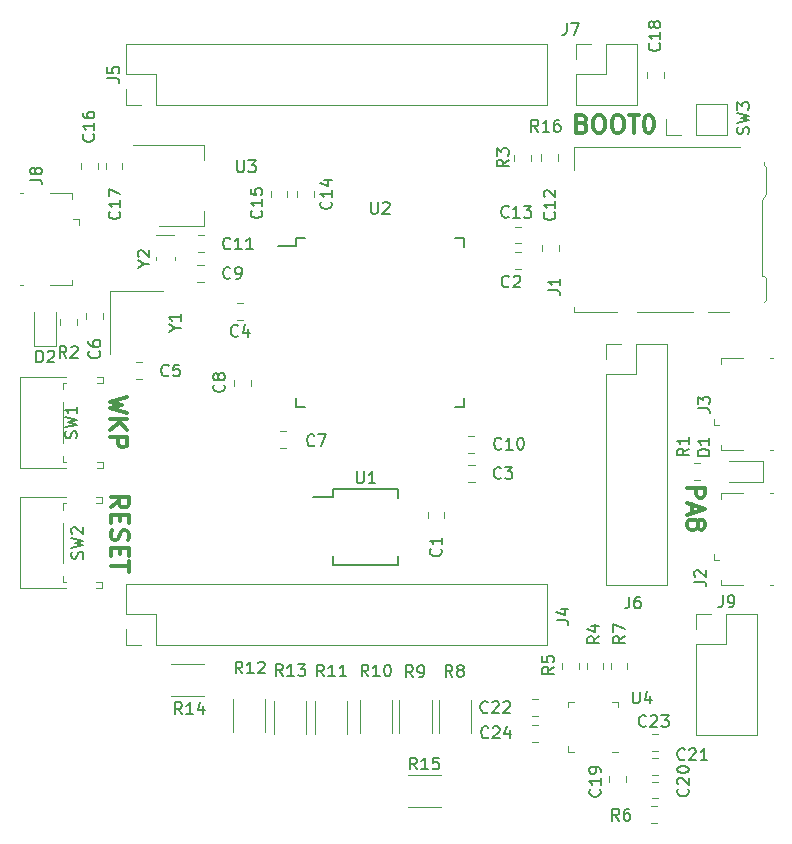
<source format=gto>
G04 #@! TF.GenerationSoftware,KiCad,Pcbnew,5.0.1-33cea8e~68~ubuntu18.04.1*
G04 #@! TF.CreationDate,2018-11-18T16:32:13-03:00*
G04 #@! TF.ProjectId,proto-h750,70726F746F2D683735302E6B69636164,rev?*
G04 #@! TF.SameCoordinates,Original*
G04 #@! TF.FileFunction,Legend,Top*
G04 #@! TF.FilePolarity,Positive*
%FSLAX46Y46*%
G04 Gerber Fmt 4.6, Leading zero omitted, Abs format (unit mm)*
G04 Created by KiCad (PCBNEW 5.0.1-33cea8e~68~ubuntu18.04.1) date dom 18 nov 2018 16:32:13 -03*
%MOMM*%
%LPD*%
G01*
G04 APERTURE LIST*
%ADD10C,0.300000*%
%ADD11C,0.120000*%
%ADD12C,0.150000*%
G04 APERTURE END LIST*
D10*
X155445068Y-84508400D02*
X156945068Y-84508400D01*
X156945068Y-85079828D01*
X156873640Y-85222685D01*
X156802211Y-85294114D01*
X156659354Y-85365542D01*
X156445068Y-85365542D01*
X156302211Y-85294114D01*
X156230782Y-85222685D01*
X156159354Y-85079828D01*
X156159354Y-84508400D01*
X155873640Y-85936971D02*
X155873640Y-86651257D01*
X155445068Y-85794114D02*
X156945068Y-86294114D01*
X155445068Y-86794114D01*
X156302211Y-87508400D02*
X156373640Y-87365542D01*
X156445068Y-87294114D01*
X156587925Y-87222685D01*
X156659354Y-87222685D01*
X156802211Y-87294114D01*
X156873640Y-87365542D01*
X156945068Y-87508400D01*
X156945068Y-87794114D01*
X156873640Y-87936971D01*
X156802211Y-88008400D01*
X156659354Y-88079828D01*
X156587925Y-88079828D01*
X156445068Y-88008400D01*
X156373640Y-87936971D01*
X156302211Y-87794114D01*
X156302211Y-87508400D01*
X156230782Y-87365542D01*
X156159354Y-87294114D01*
X156016497Y-87222685D01*
X155730782Y-87222685D01*
X155587925Y-87294114D01*
X155516497Y-87365542D01*
X155445068Y-87508400D01*
X155445068Y-87794114D01*
X155516497Y-87936971D01*
X155587925Y-88008400D01*
X155730782Y-88079828D01*
X156016497Y-88079828D01*
X156159354Y-88008400D01*
X156230782Y-87936971D01*
X156302211Y-87794114D01*
X108027208Y-76881622D02*
X106527208Y-77238765D01*
X107598637Y-77524480D01*
X106527208Y-77810194D01*
X108027208Y-78167337D01*
X106527208Y-78738765D02*
X108027208Y-78738765D01*
X106527208Y-79595908D02*
X107384351Y-78953051D01*
X108027208Y-79595908D02*
X107170065Y-78738765D01*
X106527208Y-80238765D02*
X108027208Y-80238765D01*
X108027208Y-80810194D01*
X107955780Y-80953051D01*
X107884351Y-81024480D01*
X107741494Y-81095908D01*
X107527208Y-81095908D01*
X107384351Y-81024480D01*
X107312922Y-80953051D01*
X107241494Y-80810194D01*
X107241494Y-80238765D01*
X106623728Y-86188028D02*
X107338014Y-85688028D01*
X106623728Y-85330885D02*
X108123728Y-85330885D01*
X108123728Y-85902314D01*
X108052300Y-86045171D01*
X107980871Y-86116600D01*
X107838014Y-86188028D01*
X107623728Y-86188028D01*
X107480871Y-86116600D01*
X107409442Y-86045171D01*
X107338014Y-85902314D01*
X107338014Y-85330885D01*
X107409442Y-86830885D02*
X107409442Y-87330885D01*
X106623728Y-87545171D02*
X106623728Y-86830885D01*
X108123728Y-86830885D01*
X108123728Y-87545171D01*
X106695157Y-88116600D02*
X106623728Y-88330885D01*
X106623728Y-88688028D01*
X106695157Y-88830885D01*
X106766585Y-88902314D01*
X106909442Y-88973742D01*
X107052300Y-88973742D01*
X107195157Y-88902314D01*
X107266585Y-88830885D01*
X107338014Y-88688028D01*
X107409442Y-88402314D01*
X107480871Y-88259457D01*
X107552300Y-88188028D01*
X107695157Y-88116600D01*
X107838014Y-88116600D01*
X107980871Y-88188028D01*
X108052300Y-88259457D01*
X108123728Y-88402314D01*
X108123728Y-88759457D01*
X108052300Y-88973742D01*
X107409442Y-89616600D02*
X107409442Y-90116600D01*
X106623728Y-90330885D02*
X106623728Y-89616600D01*
X108123728Y-89616600D01*
X108123728Y-90330885D01*
X108123728Y-90759457D02*
X108123728Y-91616600D01*
X106623728Y-91188028D02*
X108123728Y-91188028D01*
X146535960Y-53677357D02*
X146750245Y-53748785D01*
X146821674Y-53820214D01*
X146893102Y-53963071D01*
X146893102Y-54177357D01*
X146821674Y-54320214D01*
X146750245Y-54391642D01*
X146607388Y-54463071D01*
X146035960Y-54463071D01*
X146035960Y-52963071D01*
X146535960Y-52963071D01*
X146678817Y-53034500D01*
X146750245Y-53105928D01*
X146821674Y-53248785D01*
X146821674Y-53391642D01*
X146750245Y-53534500D01*
X146678817Y-53605928D01*
X146535960Y-53677357D01*
X146035960Y-53677357D01*
X147821674Y-52963071D02*
X148107388Y-52963071D01*
X148250245Y-53034500D01*
X148393102Y-53177357D01*
X148464531Y-53463071D01*
X148464531Y-53963071D01*
X148393102Y-54248785D01*
X148250245Y-54391642D01*
X148107388Y-54463071D01*
X147821674Y-54463071D01*
X147678817Y-54391642D01*
X147535960Y-54248785D01*
X147464531Y-53963071D01*
X147464531Y-53463071D01*
X147535960Y-53177357D01*
X147678817Y-53034500D01*
X147821674Y-52963071D01*
X149393102Y-52963071D02*
X149678817Y-52963071D01*
X149821674Y-53034500D01*
X149964531Y-53177357D01*
X150035960Y-53463071D01*
X150035960Y-53963071D01*
X149964531Y-54248785D01*
X149821674Y-54391642D01*
X149678817Y-54463071D01*
X149393102Y-54463071D01*
X149250245Y-54391642D01*
X149107388Y-54248785D01*
X149035960Y-53963071D01*
X149035960Y-53463071D01*
X149107388Y-53177357D01*
X149250245Y-53034500D01*
X149393102Y-52963071D01*
X150464531Y-52963071D02*
X151321674Y-52963071D01*
X150893102Y-54463071D02*
X150893102Y-52963071D01*
X152107388Y-52963071D02*
X152250245Y-52963071D01*
X152393102Y-53034500D01*
X152464531Y-53105928D01*
X152535960Y-53248785D01*
X152607388Y-53534500D01*
X152607388Y-53891642D01*
X152535960Y-54177357D01*
X152464531Y-54320214D01*
X152393102Y-54391642D01*
X152250245Y-54463071D01*
X152107388Y-54463071D01*
X151964531Y-54391642D01*
X151893102Y-54320214D01*
X151821674Y-54177357D01*
X151750245Y-53891642D01*
X151750245Y-53534500D01*
X151821674Y-53248785D01*
X151893102Y-53105928D01*
X151964531Y-53034500D01*
X152107388Y-52963071D01*
D11*
G04 #@! TO.C,R16*
X143084480Y-56824378D02*
X143084480Y-56307222D01*
X144504480Y-56824378D02*
X144504480Y-56307222D01*
G04 #@! TO.C,SW3*
X158810000Y-54670000D02*
X158810000Y-52010000D01*
X156210000Y-54670000D02*
X158810000Y-54670000D01*
X156210000Y-52010000D02*
X158810000Y-52010000D01*
X156210000Y-54670000D02*
X156210000Y-52010000D01*
X154940000Y-54670000D02*
X153610000Y-54670000D01*
X153610000Y-54670000D02*
X153610000Y-53340000D01*
G04 #@! TO.C,Y2*
X112021520Y-64950200D02*
X112021520Y-65250200D01*
X110421520Y-64950200D02*
X110421520Y-65250200D01*
X111971520Y-63150200D02*
X110471520Y-63150200D01*
G04 #@! TO.C,R15*
X131782836Y-108837900D02*
X134586964Y-108837900D01*
X131782836Y-111557900D02*
X134586964Y-111557900D01*
G04 #@! TO.C,R9*
X131065440Y-105313464D02*
X131065440Y-102509336D01*
X133785440Y-105313464D02*
X133785440Y-102509336D01*
G04 #@! TO.C,R11*
X123933120Y-105384584D02*
X123933120Y-102580456D01*
X126653120Y-105384584D02*
X126653120Y-102580456D01*
G04 #@! TO.C,R13*
X123165700Y-105384584D02*
X123165700Y-102580456D01*
X120445700Y-105384584D02*
X120445700Y-102580456D01*
G04 #@! TO.C,R12*
X116960820Y-105222024D02*
X116960820Y-102417896D01*
X119680820Y-105222024D02*
X119680820Y-102417896D01*
G04 #@! TO.C,R10*
X130470740Y-105313464D02*
X130470740Y-102509336D01*
X127750740Y-105313464D02*
X127750740Y-102509336D01*
G04 #@! TO.C,R8*
X137097600Y-105313464D02*
X137097600Y-102509336D01*
X134377600Y-105313464D02*
X134377600Y-102509336D01*
G04 #@! TO.C,R14*
X114482864Y-102142120D02*
X111678736Y-102142120D01*
X114482864Y-99422120D02*
X111678736Y-99422120D01*
G04 #@! TO.C,C19*
X150224560Y-109470958D02*
X150224560Y-108953802D01*
X148804560Y-109470958D02*
X148804560Y-108953802D01*
G04 #@! TO.C,C24*
X142291302Y-104603480D02*
X142808458Y-104603480D01*
X142291302Y-106023480D02*
X142808458Y-106023480D01*
G04 #@! TO.C,C23*
X152963378Y-105385800D02*
X152446222Y-105385800D01*
X152963378Y-106805800D02*
X152446222Y-106805800D01*
G04 #@! TO.C,C22*
X142276062Y-102401300D02*
X142793218Y-102401300D01*
X142276062Y-103821300D02*
X142793218Y-103821300D01*
G04 #@! TO.C,C21*
X152958298Y-107402560D02*
X152441142Y-107402560D01*
X152958298Y-108822560D02*
X152441142Y-108822560D01*
G04 #@! TO.C,C20*
X152932898Y-110824080D02*
X152415742Y-110824080D01*
X152932898Y-109404080D02*
X152415742Y-109404080D01*
G04 #@! TO.C,J9*
X156150000Y-105470000D02*
X161350000Y-105470000D01*
X156150000Y-97790000D02*
X156150000Y-105470000D01*
X161350000Y-95190000D02*
X161350000Y-105470000D01*
X156150000Y-97790000D02*
X158750000Y-97790000D01*
X158750000Y-97790000D02*
X158750000Y-95190000D01*
X158750000Y-95190000D02*
X161350000Y-95190000D01*
X156150000Y-96520000D02*
X156150000Y-95190000D01*
X156150000Y-95190000D02*
X157480000Y-95190000D01*
G04 #@! TO.C,U4*
X145827240Y-106872300D02*
X145352240Y-106872300D01*
X145352240Y-106872300D02*
X145352240Y-106397300D01*
X149097240Y-102652300D02*
X149572240Y-102652300D01*
X149572240Y-102652300D02*
X149572240Y-103127300D01*
X145827240Y-102652300D02*
X145352240Y-102652300D01*
X145352240Y-102652300D02*
X145352240Y-103127300D01*
X149097240Y-106872300D02*
X149572240Y-106872300D01*
G04 #@! TO.C,R4*
X146907180Y-99375462D02*
X146907180Y-99892618D01*
X148327180Y-99375462D02*
X148327180Y-99892618D01*
G04 #@! TO.C,R6*
X152907498Y-112924660D02*
X152390342Y-112924660D01*
X152907498Y-111504660D02*
X152390342Y-111504660D01*
G04 #@! TO.C,R5*
X144837080Y-99375462D02*
X144837080Y-99892618D01*
X146257080Y-99375462D02*
X146257080Y-99892618D01*
G04 #@! TO.C,R7*
X150369340Y-99378002D02*
X150369340Y-99895158D01*
X148949340Y-99378002D02*
X148949340Y-99895158D01*
G04 #@! TO.C,R3*
X142218480Y-56831998D02*
X142218480Y-56314842D01*
X140798480Y-56831998D02*
X140798480Y-56314842D01*
G04 #@! TO.C,J1*
X145866280Y-57604580D02*
X145866280Y-55684580D01*
X145866280Y-55684580D02*
X159876280Y-55684580D01*
X145866280Y-69204580D02*
X145866280Y-69654580D01*
X145866280Y-69654580D02*
X149476280Y-69654580D01*
X162136280Y-57364580D02*
X162136280Y-59674580D01*
X162136280Y-68624580D02*
X162136280Y-66764580D01*
X162136280Y-68624580D02*
X161936280Y-68824580D01*
X151176280Y-69654580D02*
X155876280Y-69654580D01*
X157176280Y-69654580D02*
X158976280Y-69654580D01*
X161786280Y-66554580D02*
X161786280Y-60184580D01*
X161786280Y-66554580D02*
X161936280Y-66554580D01*
X162136280Y-66764580D02*
X161936280Y-66554580D01*
X162136280Y-57364580D02*
X161936280Y-57164580D01*
X161936280Y-57164580D02*
X161936280Y-56904580D01*
X162136280Y-59674580D02*
X161786280Y-60184580D01*
G04 #@! TO.C,C18*
X152055760Y-49314602D02*
X152055760Y-49831758D01*
X153475760Y-49314602D02*
X153475760Y-49831758D01*
G04 #@! TO.C,D1*
X161884680Y-82224200D02*
X158999680Y-82224200D01*
X161884680Y-84044200D02*
X161884680Y-82224200D01*
X158999680Y-84044200D02*
X161884680Y-84044200D01*
G04 #@! TO.C,D2*
X101943580Y-72491920D02*
X101943580Y-69606920D01*
X100123580Y-72491920D02*
X101943580Y-72491920D01*
X100123580Y-69606920D02*
X100123580Y-72491920D01*
G04 #@! TO.C,R2*
X103762880Y-70779138D02*
X103762880Y-70261982D01*
X102342880Y-70779138D02*
X102342880Y-70261982D01*
G04 #@! TO.C,R1*
X156476198Y-82426740D02*
X155959042Y-82426740D01*
X156476198Y-83846740D02*
X155959042Y-83846740D01*
G04 #@! TO.C,SW1*
X102592860Y-80694440D02*
X102592860Y-77294440D01*
X102592860Y-82334440D02*
X102592860Y-81794440D01*
X105422860Y-75134440D02*
X105932860Y-75134440D01*
X105932860Y-75654440D02*
X105932860Y-75134440D01*
X105422860Y-75654440D02*
X105932860Y-75654440D01*
X102592860Y-76194440D02*
X102592860Y-75654440D01*
X105422860Y-82854440D02*
X105932860Y-82854440D01*
X105422860Y-82334440D02*
X105932860Y-82334440D01*
X102592860Y-75654440D02*
X102822860Y-75654440D01*
X98922860Y-82854440D02*
X102822860Y-82854440D01*
X105932860Y-82854440D02*
X105932860Y-82334440D01*
X98922860Y-75134440D02*
X102822860Y-75134440D01*
X98922860Y-82854440D02*
X98922860Y-75134440D01*
X102592860Y-82334440D02*
X102822860Y-82334440D01*
D12*
G04 #@! TO.C,U1*
X125461580Y-85273040D02*
X123711580Y-85273040D01*
X125461580Y-91028040D02*
X130961580Y-91028040D01*
X125461580Y-84618040D02*
X130961580Y-84618040D01*
X125461580Y-91028040D02*
X125461580Y-90278040D01*
X130961580Y-91028040D02*
X130961580Y-90278040D01*
X130961580Y-84618040D02*
X130961580Y-85368040D01*
X125461580Y-84618040D02*
X125461580Y-85273040D01*
D11*
G04 #@! TO.C,J4*
X107890000Y-97850000D02*
X107890000Y-96520000D01*
X109220000Y-97850000D02*
X107890000Y-97850000D01*
X107890000Y-95250000D02*
X107890000Y-92650000D01*
X110490000Y-95250000D02*
X107890000Y-95250000D01*
X110490000Y-97850000D02*
X110490000Y-95250000D01*
X107890000Y-92650000D02*
X143570000Y-92650000D01*
X110490000Y-97850000D02*
X143570000Y-97850000D01*
X143570000Y-97850000D02*
X143570000Y-92650000D01*
G04 #@! TO.C,C17*
X107613520Y-57553358D02*
X107613520Y-57036202D01*
X106193520Y-57553358D02*
X106193520Y-57036202D01*
G04 #@! TO.C,C16*
X104123420Y-57036202D02*
X104123420Y-57553358D01*
X105543420Y-57036202D02*
X105543420Y-57553358D01*
G04 #@! TO.C,U3*
X108488361Y-55528581D02*
X114498361Y-55528581D01*
X110738361Y-62348581D02*
X114498361Y-62348581D01*
X114498361Y-55528581D02*
X114498361Y-56788581D01*
X114498361Y-62348581D02*
X114498361Y-61088581D01*
G04 #@! TO.C,C12*
X143153060Y-63983102D02*
X143153060Y-64500258D01*
X144573060Y-63983102D02*
X144573060Y-64500258D01*
G04 #@! TO.C,C15*
X121568280Y-59892698D02*
X121568280Y-59375542D01*
X120148280Y-59892698D02*
X120148280Y-59375542D01*
G04 #@! TO.C,C14*
X122421580Y-59373002D02*
X122421580Y-59890158D01*
X123841580Y-59373002D02*
X123841580Y-59890158D01*
G04 #@! TO.C,C13*
X140820642Y-63836620D02*
X141337798Y-63836620D01*
X140820642Y-62416620D02*
X141337798Y-62416620D01*
G04 #@! TO.C,C1*
X133440100Y-86601802D02*
X133440100Y-87118958D01*
X134860100Y-86601802D02*
X134860100Y-87118958D01*
G04 #@! TO.C,C11*
X114487458Y-63148140D02*
X113970302Y-63148140D01*
X114487458Y-64568140D02*
X113970302Y-64568140D01*
G04 #@! TO.C,C10*
X136865862Y-81553120D02*
X137383018Y-81553120D01*
X136865862Y-80133120D02*
X137383018Y-80133120D01*
G04 #@! TO.C,C9*
X114472218Y-65672900D02*
X113955062Y-65672900D01*
X114472218Y-67092900D02*
X113955062Y-67092900D01*
G04 #@! TO.C,C8*
X117034240Y-75372462D02*
X117034240Y-75889618D01*
X118454240Y-75372462D02*
X118454240Y-75889618D01*
G04 #@! TO.C,C7*
X121492778Y-79747040D02*
X120975622Y-79747040D01*
X121492778Y-81167040D02*
X120975622Y-81167040D01*
G04 #@! TO.C,C6*
X105937120Y-70268598D02*
X105937120Y-69751442D01*
X104517120Y-70268598D02*
X104517120Y-69751442D01*
G04 #@! TO.C,C5*
X108720122Y-75294560D02*
X109237278Y-75294560D01*
X108720122Y-73874560D02*
X109237278Y-73874560D01*
G04 #@! TO.C,C4*
X117822478Y-68921560D02*
X117305322Y-68921560D01*
X117822478Y-70341560D02*
X117305322Y-70341560D01*
G04 #@! TO.C,C3*
X136906502Y-84060100D02*
X137423658Y-84060100D01*
X136906502Y-82640100D02*
X137423658Y-82640100D01*
G04 #@! TO.C,C2*
X140825722Y-66013400D02*
X141342878Y-66013400D01*
X140825722Y-64593400D02*
X141342878Y-64593400D01*
G04 #@! TO.C,J2*
X157707500Y-90600000D02*
X158157500Y-90600000D01*
X157707500Y-90600000D02*
X157707500Y-90150000D01*
X158257500Y-85000000D02*
X158257500Y-85450000D01*
X160107500Y-85000000D02*
X158257500Y-85000000D01*
X162657500Y-92800000D02*
X162407500Y-92800000D01*
X162657500Y-85000000D02*
X162407500Y-85000000D01*
X160107500Y-92800000D02*
X158257500Y-92800000D01*
X158257500Y-92800000D02*
X158257500Y-92350000D01*
G04 #@! TO.C,J3*
X157707500Y-79170000D02*
X158157500Y-79170000D01*
X157707500Y-79170000D02*
X157707500Y-78720000D01*
X158257500Y-73570000D02*
X158257500Y-74020000D01*
X160107500Y-73570000D02*
X158257500Y-73570000D01*
X162657500Y-81370000D02*
X162407500Y-81370000D01*
X162657500Y-73570000D02*
X162407500Y-73570000D01*
X160107500Y-81370000D02*
X158257500Y-81370000D01*
X158257500Y-81370000D02*
X158257500Y-80920000D01*
G04 #@! TO.C,Y1*
X106517880Y-67825640D02*
X106517880Y-73225640D01*
X111017880Y-67825640D02*
X106517880Y-67825640D01*
D12*
G04 #@! TO.C,U2*
X122287441Y-64052621D02*
X120762441Y-64052621D01*
X136537441Y-63402621D02*
X135777441Y-63402621D01*
X136537441Y-77652621D02*
X135777441Y-77652621D01*
X122287441Y-77652621D02*
X123047441Y-77652621D01*
X122287441Y-63402621D02*
X123047441Y-63402621D01*
X122287441Y-77652621D02*
X122287441Y-76892621D01*
X136537441Y-77652621D02*
X136537441Y-76892621D01*
X136537441Y-63402621D02*
X136537441Y-64162621D01*
X122287441Y-63402621D02*
X122287441Y-64052621D01*
D11*
G04 #@! TO.C,J8*
X103912500Y-61800000D02*
X103462500Y-61800000D01*
X103912500Y-61800000D02*
X103912500Y-62250000D01*
X103362500Y-67400000D02*
X103362500Y-66950000D01*
X101512500Y-67400000D02*
X103362500Y-67400000D01*
X98962500Y-59600000D02*
X99212500Y-59600000D01*
X98962500Y-67400000D02*
X99212500Y-67400000D01*
X101512500Y-59600000D02*
X103362500Y-59600000D01*
X103362500Y-59600000D02*
X103362500Y-60050000D01*
G04 #@! TO.C,SW2*
X102570000Y-90890000D02*
X102570000Y-87490000D01*
X102570000Y-92530000D02*
X102570000Y-91990000D01*
X105400000Y-85330000D02*
X105910000Y-85330000D01*
X105910000Y-85850000D02*
X105910000Y-85330000D01*
X105400000Y-85850000D02*
X105910000Y-85850000D01*
X102570000Y-86390000D02*
X102570000Y-85850000D01*
X105400000Y-93050000D02*
X105910000Y-93050000D01*
X105400000Y-92530000D02*
X105910000Y-92530000D01*
X102570000Y-85850000D02*
X102800000Y-85850000D01*
X98900000Y-93050000D02*
X102800000Y-93050000D01*
X105910000Y-93050000D02*
X105910000Y-92530000D01*
X98900000Y-85330000D02*
X102800000Y-85330000D01*
X98900000Y-93050000D02*
X98900000Y-85330000D01*
X102570000Y-92530000D02*
X102800000Y-92530000D01*
G04 #@! TO.C,J7*
X145990000Y-46930000D02*
X147320000Y-46930000D01*
X145990000Y-48260000D02*
X145990000Y-46930000D01*
X148590000Y-46930000D02*
X151190000Y-46930000D01*
X148590000Y-49530000D02*
X148590000Y-46930000D01*
X145990000Y-49530000D02*
X148590000Y-49530000D01*
X151190000Y-46930000D02*
X151190000Y-52130000D01*
X145990000Y-49530000D02*
X145990000Y-52130000D01*
X145990000Y-52130000D02*
X151190000Y-52130000D01*
G04 #@! TO.C,J5*
X107890000Y-52130000D02*
X107890000Y-50800000D01*
X109220000Y-52130000D02*
X107890000Y-52130000D01*
X107890000Y-49530000D02*
X107890000Y-46930000D01*
X110490000Y-49530000D02*
X107890000Y-49530000D01*
X110490000Y-52130000D02*
X110490000Y-49530000D01*
X107890000Y-46930000D02*
X143570000Y-46930000D01*
X110490000Y-52130000D02*
X143570000Y-52130000D01*
X143570000Y-52130000D02*
X143570000Y-46930000D01*
G04 #@! TO.C,J6*
X148530000Y-72330000D02*
X149860000Y-72330000D01*
X148530000Y-73660000D02*
X148530000Y-72330000D01*
X151130000Y-72330000D02*
X153730000Y-72330000D01*
X151130000Y-74930000D02*
X151130000Y-72330000D01*
X148530000Y-74930000D02*
X151130000Y-74930000D01*
X153730000Y-72330000D02*
X153730000Y-92770000D01*
X148530000Y-74930000D02*
X148530000Y-92770000D01*
X148530000Y-92770000D02*
X153730000Y-92770000D01*
G04 #@! TO.C,R16*
D12*
X142798562Y-54381660D02*
X142465229Y-53905470D01*
X142227134Y-54381660D02*
X142227134Y-53381660D01*
X142608086Y-53381660D01*
X142703324Y-53429280D01*
X142750943Y-53476899D01*
X142798562Y-53572137D01*
X142798562Y-53714994D01*
X142750943Y-53810232D01*
X142703324Y-53857851D01*
X142608086Y-53905470D01*
X142227134Y-53905470D01*
X143750943Y-54381660D02*
X143179515Y-54381660D01*
X143465229Y-54381660D02*
X143465229Y-53381660D01*
X143369991Y-53524518D01*
X143274753Y-53619756D01*
X143179515Y-53667375D01*
X144608086Y-53381660D02*
X144417610Y-53381660D01*
X144322372Y-53429280D01*
X144274753Y-53476899D01*
X144179515Y-53619756D01*
X144131896Y-53810232D01*
X144131896Y-54191184D01*
X144179515Y-54286422D01*
X144227134Y-54334041D01*
X144322372Y-54381660D01*
X144512848Y-54381660D01*
X144608086Y-54334041D01*
X144655705Y-54286422D01*
X144703324Y-54191184D01*
X144703324Y-53953089D01*
X144655705Y-53857851D01*
X144608086Y-53810232D01*
X144512848Y-53762613D01*
X144322372Y-53762613D01*
X144227134Y-53810232D01*
X144179515Y-53857851D01*
X144131896Y-53953089D01*
G04 #@! TO.C,SW3*
X160605101Y-54556493D02*
X160652720Y-54413636D01*
X160652720Y-54175540D01*
X160605101Y-54080302D01*
X160557482Y-54032683D01*
X160462244Y-53985064D01*
X160367006Y-53985064D01*
X160271768Y-54032683D01*
X160224149Y-54080302D01*
X160176530Y-54175540D01*
X160128911Y-54366017D01*
X160081292Y-54461255D01*
X160033673Y-54508874D01*
X159938435Y-54556493D01*
X159843197Y-54556493D01*
X159747959Y-54508874D01*
X159700340Y-54461255D01*
X159652720Y-54366017D01*
X159652720Y-54127921D01*
X159700340Y-53985064D01*
X159652720Y-53651731D02*
X160652720Y-53413636D01*
X159938435Y-53223160D01*
X160652720Y-53032683D01*
X159652720Y-52794588D01*
X159652720Y-52508874D02*
X159652720Y-51889826D01*
X160033673Y-52223160D01*
X160033673Y-52080302D01*
X160081292Y-51985064D01*
X160128911Y-51937445D01*
X160224149Y-51889826D01*
X160462244Y-51889826D01*
X160557482Y-51937445D01*
X160605101Y-51985064D01*
X160652720Y-52080302D01*
X160652720Y-52366017D01*
X160605101Y-52461255D01*
X160557482Y-52508874D01*
G04 #@! TO.C,Y2*
X109417170Y-65594170D02*
X109893360Y-65594170D01*
X108893360Y-65927503D02*
X109417170Y-65594170D01*
X108893360Y-65260837D01*
X108988599Y-64975122D02*
X108940980Y-64927503D01*
X108893360Y-64832265D01*
X108893360Y-64594170D01*
X108940980Y-64498932D01*
X108988599Y-64451313D01*
X109083837Y-64403694D01*
X109179075Y-64403694D01*
X109321932Y-64451313D01*
X109893360Y-65022741D01*
X109893360Y-64403694D01*
G04 #@! TO.C,R15*
X132542042Y-108370280D02*
X132208709Y-107894090D01*
X131970614Y-108370280D02*
X131970614Y-107370280D01*
X132351566Y-107370280D01*
X132446804Y-107417900D01*
X132494423Y-107465519D01*
X132542042Y-107560757D01*
X132542042Y-107703614D01*
X132494423Y-107798852D01*
X132446804Y-107846471D01*
X132351566Y-107894090D01*
X131970614Y-107894090D01*
X133494423Y-108370280D02*
X132922995Y-108370280D01*
X133208709Y-108370280D02*
X133208709Y-107370280D01*
X133113471Y-107513138D01*
X133018233Y-107608376D01*
X132922995Y-107655995D01*
X134399185Y-107370280D02*
X133922995Y-107370280D01*
X133875376Y-107846471D01*
X133922995Y-107798852D01*
X134018233Y-107751233D01*
X134256328Y-107751233D01*
X134351566Y-107798852D01*
X134399185Y-107846471D01*
X134446804Y-107941709D01*
X134446804Y-108179804D01*
X134399185Y-108275042D01*
X134351566Y-108322661D01*
X134256328Y-108370280D01*
X134018233Y-108370280D01*
X133922995Y-108322661D01*
X133875376Y-108275042D01*
G04 #@! TO.C,R9*
X132207973Y-100571560D02*
X131874640Y-100095370D01*
X131636544Y-100571560D02*
X131636544Y-99571560D01*
X132017497Y-99571560D01*
X132112735Y-99619180D01*
X132160354Y-99666799D01*
X132207973Y-99762037D01*
X132207973Y-99904894D01*
X132160354Y-100000132D01*
X132112735Y-100047751D01*
X132017497Y-100095370D01*
X131636544Y-100095370D01*
X132684163Y-100571560D02*
X132874640Y-100571560D01*
X132969878Y-100523941D01*
X133017497Y-100476322D01*
X133112735Y-100333465D01*
X133160354Y-100142989D01*
X133160354Y-99762037D01*
X133112735Y-99666799D01*
X133065116Y-99619180D01*
X132969878Y-99571560D01*
X132779401Y-99571560D01*
X132684163Y-99619180D01*
X132636544Y-99666799D01*
X132588925Y-99762037D01*
X132588925Y-100000132D01*
X132636544Y-100095370D01*
X132684163Y-100142989D01*
X132779401Y-100190608D01*
X132969878Y-100190608D01*
X133065116Y-100142989D01*
X133112735Y-100095370D01*
X133160354Y-100000132D01*
G04 #@! TO.C,R11*
X124673122Y-100497900D02*
X124339789Y-100021710D01*
X124101694Y-100497900D02*
X124101694Y-99497900D01*
X124482646Y-99497900D01*
X124577884Y-99545520D01*
X124625503Y-99593139D01*
X124673122Y-99688377D01*
X124673122Y-99831234D01*
X124625503Y-99926472D01*
X124577884Y-99974091D01*
X124482646Y-100021710D01*
X124101694Y-100021710D01*
X125625503Y-100497900D02*
X125054075Y-100497900D01*
X125339789Y-100497900D02*
X125339789Y-99497900D01*
X125244551Y-99640758D01*
X125149313Y-99735996D01*
X125054075Y-99783615D01*
X126577884Y-100497900D02*
X126006456Y-100497900D01*
X126292170Y-100497900D02*
X126292170Y-99497900D01*
X126196932Y-99640758D01*
X126101694Y-99735996D01*
X126006456Y-99783615D01*
G04 #@! TO.C,R13*
X121180622Y-100459800D02*
X120847289Y-99983610D01*
X120609194Y-100459800D02*
X120609194Y-99459800D01*
X120990146Y-99459800D01*
X121085384Y-99507420D01*
X121133003Y-99555039D01*
X121180622Y-99650277D01*
X121180622Y-99793134D01*
X121133003Y-99888372D01*
X121085384Y-99935991D01*
X120990146Y-99983610D01*
X120609194Y-99983610D01*
X122133003Y-100459800D02*
X121561575Y-100459800D01*
X121847289Y-100459800D02*
X121847289Y-99459800D01*
X121752051Y-99602658D01*
X121656813Y-99697896D01*
X121561575Y-99745515D01*
X122466337Y-99459800D02*
X123085384Y-99459800D01*
X122752051Y-99840753D01*
X122894908Y-99840753D01*
X122990146Y-99888372D01*
X123037765Y-99935991D01*
X123085384Y-100031229D01*
X123085384Y-100269324D01*
X123037765Y-100364562D01*
X122990146Y-100412181D01*
X122894908Y-100459800D01*
X122609194Y-100459800D01*
X122513956Y-100412181D01*
X122466337Y-100364562D01*
G04 #@! TO.C,R12*
X117764322Y-100236280D02*
X117430989Y-99760090D01*
X117192894Y-100236280D02*
X117192894Y-99236280D01*
X117573846Y-99236280D01*
X117669084Y-99283900D01*
X117716703Y-99331519D01*
X117764322Y-99426757D01*
X117764322Y-99569614D01*
X117716703Y-99664852D01*
X117669084Y-99712471D01*
X117573846Y-99760090D01*
X117192894Y-99760090D01*
X118716703Y-100236280D02*
X118145275Y-100236280D01*
X118430989Y-100236280D02*
X118430989Y-99236280D01*
X118335751Y-99379138D01*
X118240513Y-99474376D01*
X118145275Y-99521995D01*
X119097656Y-99331519D02*
X119145275Y-99283900D01*
X119240513Y-99236280D01*
X119478608Y-99236280D01*
X119573846Y-99283900D01*
X119621465Y-99331519D01*
X119669084Y-99426757D01*
X119669084Y-99521995D01*
X119621465Y-99664852D01*
X119050037Y-100236280D01*
X119669084Y-100236280D01*
G04 #@! TO.C,R10*
X128427242Y-100497900D02*
X128093909Y-100021710D01*
X127855814Y-100497900D02*
X127855814Y-99497900D01*
X128236766Y-99497900D01*
X128332004Y-99545520D01*
X128379623Y-99593139D01*
X128427242Y-99688377D01*
X128427242Y-99831234D01*
X128379623Y-99926472D01*
X128332004Y-99974091D01*
X128236766Y-100021710D01*
X127855814Y-100021710D01*
X129379623Y-100497900D02*
X128808195Y-100497900D01*
X129093909Y-100497900D02*
X129093909Y-99497900D01*
X128998671Y-99640758D01*
X128903433Y-99735996D01*
X128808195Y-99783615D01*
X129998671Y-99497900D02*
X130093909Y-99497900D01*
X130189147Y-99545520D01*
X130236766Y-99593139D01*
X130284385Y-99688377D01*
X130332004Y-99878853D01*
X130332004Y-100116948D01*
X130284385Y-100307424D01*
X130236766Y-100402662D01*
X130189147Y-100450281D01*
X130093909Y-100497900D01*
X129998671Y-100497900D01*
X129903433Y-100450281D01*
X129855814Y-100402662D01*
X129808195Y-100307424D01*
X129760576Y-100116948D01*
X129760576Y-99878853D01*
X129808195Y-99688377D01*
X129855814Y-99593139D01*
X129903433Y-99545520D01*
X129998671Y-99497900D01*
G04 #@! TO.C,R8*
X135553153Y-100533460D02*
X135219820Y-100057270D01*
X134981724Y-100533460D02*
X134981724Y-99533460D01*
X135362677Y-99533460D01*
X135457915Y-99581080D01*
X135505534Y-99628699D01*
X135553153Y-99723937D01*
X135553153Y-99866794D01*
X135505534Y-99962032D01*
X135457915Y-100009651D01*
X135362677Y-100057270D01*
X134981724Y-100057270D01*
X136124581Y-99962032D02*
X136029343Y-99914413D01*
X135981724Y-99866794D01*
X135934105Y-99771556D01*
X135934105Y-99723937D01*
X135981724Y-99628699D01*
X136029343Y-99581080D01*
X136124581Y-99533460D01*
X136315058Y-99533460D01*
X136410296Y-99581080D01*
X136457915Y-99628699D01*
X136505534Y-99723937D01*
X136505534Y-99771556D01*
X136457915Y-99866794D01*
X136410296Y-99914413D01*
X136315058Y-99962032D01*
X136124581Y-99962032D01*
X136029343Y-100009651D01*
X135981724Y-100057270D01*
X135934105Y-100152508D01*
X135934105Y-100342984D01*
X135981724Y-100438222D01*
X136029343Y-100485841D01*
X136124581Y-100533460D01*
X136315058Y-100533460D01*
X136410296Y-100485841D01*
X136457915Y-100438222D01*
X136505534Y-100342984D01*
X136505534Y-100152508D01*
X136457915Y-100057270D01*
X136410296Y-100009651D01*
X136315058Y-99962032D01*
G04 #@! TO.C,R14*
X112646222Y-103695760D02*
X112312889Y-103219570D01*
X112074794Y-103695760D02*
X112074794Y-102695760D01*
X112455746Y-102695760D01*
X112550984Y-102743380D01*
X112598603Y-102790999D01*
X112646222Y-102886237D01*
X112646222Y-103029094D01*
X112598603Y-103124332D01*
X112550984Y-103171951D01*
X112455746Y-103219570D01*
X112074794Y-103219570D01*
X113598603Y-103695760D02*
X113027175Y-103695760D01*
X113312889Y-103695760D02*
X113312889Y-102695760D01*
X113217651Y-102838618D01*
X113122413Y-102933856D01*
X113027175Y-102981475D01*
X114455746Y-103029094D02*
X114455746Y-103695760D01*
X114217651Y-102648141D02*
X113979556Y-103362427D01*
X114598603Y-103362427D01*
G04 #@! TO.C,C19*
X148020042Y-110055897D02*
X148067661Y-110103516D01*
X148115280Y-110246373D01*
X148115280Y-110341611D01*
X148067661Y-110484468D01*
X147972423Y-110579706D01*
X147877185Y-110627325D01*
X147686709Y-110674944D01*
X147543852Y-110674944D01*
X147353376Y-110627325D01*
X147258138Y-110579706D01*
X147162900Y-110484468D01*
X147115280Y-110341611D01*
X147115280Y-110246373D01*
X147162900Y-110103516D01*
X147210519Y-110055897D01*
X148115280Y-109103516D02*
X148115280Y-109674944D01*
X148115280Y-109389230D02*
X147115280Y-109389230D01*
X147258138Y-109484468D01*
X147353376Y-109579706D01*
X147400995Y-109674944D01*
X148115280Y-108627325D02*
X148115280Y-108436849D01*
X148067661Y-108341611D01*
X148020042Y-108293992D01*
X147877185Y-108198754D01*
X147686709Y-108151135D01*
X147305757Y-108151135D01*
X147210519Y-108198754D01*
X147162900Y-108246373D01*
X147115280Y-108341611D01*
X147115280Y-108532087D01*
X147162900Y-108627325D01*
X147210519Y-108674944D01*
X147305757Y-108722563D01*
X147543852Y-108722563D01*
X147639090Y-108674944D01*
X147686709Y-108627325D01*
X147734328Y-108532087D01*
X147734328Y-108341611D01*
X147686709Y-108246373D01*
X147639090Y-108198754D01*
X147543852Y-108151135D01*
G04 #@! TO.C,C24*
X138589782Y-105642682D02*
X138542163Y-105690301D01*
X138399306Y-105737920D01*
X138304068Y-105737920D01*
X138161211Y-105690301D01*
X138065973Y-105595063D01*
X138018354Y-105499825D01*
X137970735Y-105309349D01*
X137970735Y-105166492D01*
X138018354Y-104976016D01*
X138065973Y-104880778D01*
X138161211Y-104785540D01*
X138304068Y-104737920D01*
X138399306Y-104737920D01*
X138542163Y-104785540D01*
X138589782Y-104833159D01*
X138970735Y-104833159D02*
X139018354Y-104785540D01*
X139113592Y-104737920D01*
X139351687Y-104737920D01*
X139446925Y-104785540D01*
X139494544Y-104833159D01*
X139542163Y-104928397D01*
X139542163Y-105023635D01*
X139494544Y-105166492D01*
X138923116Y-105737920D01*
X139542163Y-105737920D01*
X140399306Y-105071254D02*
X140399306Y-105737920D01*
X140161211Y-104690301D02*
X139923116Y-105404587D01*
X140542163Y-105404587D01*
G04 #@! TO.C,C23*
X151940022Y-104682562D02*
X151892403Y-104730181D01*
X151749546Y-104777800D01*
X151654308Y-104777800D01*
X151511451Y-104730181D01*
X151416213Y-104634943D01*
X151368594Y-104539705D01*
X151320975Y-104349229D01*
X151320975Y-104206372D01*
X151368594Y-104015896D01*
X151416213Y-103920658D01*
X151511451Y-103825420D01*
X151654308Y-103777800D01*
X151749546Y-103777800D01*
X151892403Y-103825420D01*
X151940022Y-103873039D01*
X152320975Y-103873039D02*
X152368594Y-103825420D01*
X152463832Y-103777800D01*
X152701927Y-103777800D01*
X152797165Y-103825420D01*
X152844784Y-103873039D01*
X152892403Y-103968277D01*
X152892403Y-104063515D01*
X152844784Y-104206372D01*
X152273356Y-104777800D01*
X152892403Y-104777800D01*
X153225737Y-103777800D02*
X153844784Y-103777800D01*
X153511451Y-104158753D01*
X153654308Y-104158753D01*
X153749546Y-104206372D01*
X153797165Y-104253991D01*
X153844784Y-104349229D01*
X153844784Y-104587324D01*
X153797165Y-104682562D01*
X153749546Y-104730181D01*
X153654308Y-104777800D01*
X153368594Y-104777800D01*
X153273356Y-104730181D01*
X153225737Y-104682562D01*
G04 #@! TO.C,C22*
X138536442Y-103506542D02*
X138488823Y-103554161D01*
X138345966Y-103601780D01*
X138250728Y-103601780D01*
X138107871Y-103554161D01*
X138012633Y-103458923D01*
X137965014Y-103363685D01*
X137917395Y-103173209D01*
X137917395Y-103030352D01*
X137965014Y-102839876D01*
X138012633Y-102744638D01*
X138107871Y-102649400D01*
X138250728Y-102601780D01*
X138345966Y-102601780D01*
X138488823Y-102649400D01*
X138536442Y-102697019D01*
X138917395Y-102697019D02*
X138965014Y-102649400D01*
X139060252Y-102601780D01*
X139298347Y-102601780D01*
X139393585Y-102649400D01*
X139441204Y-102697019D01*
X139488823Y-102792257D01*
X139488823Y-102887495D01*
X139441204Y-103030352D01*
X138869776Y-103601780D01*
X139488823Y-103601780D01*
X139869776Y-102697019D02*
X139917395Y-102649400D01*
X140012633Y-102601780D01*
X140250728Y-102601780D01*
X140345966Y-102649400D01*
X140393585Y-102697019D01*
X140441204Y-102792257D01*
X140441204Y-102887495D01*
X140393585Y-103030352D01*
X139822157Y-103601780D01*
X140441204Y-103601780D01*
G04 #@! TO.C,C21*
X155221702Y-107499422D02*
X155174083Y-107547041D01*
X155031226Y-107594660D01*
X154935988Y-107594660D01*
X154793131Y-107547041D01*
X154697893Y-107451803D01*
X154650274Y-107356565D01*
X154602655Y-107166089D01*
X154602655Y-107023232D01*
X154650274Y-106832756D01*
X154697893Y-106737518D01*
X154793131Y-106642280D01*
X154935988Y-106594660D01*
X155031226Y-106594660D01*
X155174083Y-106642280D01*
X155221702Y-106689899D01*
X155602655Y-106689899D02*
X155650274Y-106642280D01*
X155745512Y-106594660D01*
X155983607Y-106594660D01*
X156078845Y-106642280D01*
X156126464Y-106689899D01*
X156174083Y-106785137D01*
X156174083Y-106880375D01*
X156126464Y-107023232D01*
X155555036Y-107594660D01*
X156174083Y-107594660D01*
X157126464Y-107594660D02*
X156555036Y-107594660D01*
X156840750Y-107594660D02*
X156840750Y-106594660D01*
X156745512Y-106737518D01*
X156650274Y-106832756D01*
X156555036Y-106880375D01*
G04 #@! TO.C,C20*
X155480022Y-110012717D02*
X155527641Y-110060336D01*
X155575260Y-110203193D01*
X155575260Y-110298431D01*
X155527641Y-110441288D01*
X155432403Y-110536526D01*
X155337165Y-110584145D01*
X155146689Y-110631764D01*
X155003832Y-110631764D01*
X154813356Y-110584145D01*
X154718118Y-110536526D01*
X154622880Y-110441288D01*
X154575260Y-110298431D01*
X154575260Y-110203193D01*
X154622880Y-110060336D01*
X154670499Y-110012717D01*
X154670499Y-109631764D02*
X154622880Y-109584145D01*
X154575260Y-109488907D01*
X154575260Y-109250812D01*
X154622880Y-109155574D01*
X154670499Y-109107955D01*
X154765737Y-109060336D01*
X154860975Y-109060336D01*
X155003832Y-109107955D01*
X155575260Y-109679383D01*
X155575260Y-109060336D01*
X154575260Y-108441288D02*
X154575260Y-108346050D01*
X154622880Y-108250812D01*
X154670499Y-108203193D01*
X154765737Y-108155574D01*
X154956213Y-108107955D01*
X155194308Y-108107955D01*
X155384784Y-108155574D01*
X155480022Y-108203193D01*
X155527641Y-108250812D01*
X155575260Y-108346050D01*
X155575260Y-108441288D01*
X155527641Y-108536526D01*
X155480022Y-108584145D01*
X155384784Y-108631764D01*
X155194308Y-108679383D01*
X154956213Y-108679383D01*
X154765737Y-108631764D01*
X154670499Y-108584145D01*
X154622880Y-108536526D01*
X154575260Y-108441288D01*
G04 #@! TO.C,J9*
X158416666Y-93642380D02*
X158416666Y-94356666D01*
X158369047Y-94499523D01*
X158273809Y-94594761D01*
X158130952Y-94642380D01*
X158035714Y-94642380D01*
X158940476Y-94642380D02*
X159130952Y-94642380D01*
X159226190Y-94594761D01*
X159273809Y-94547142D01*
X159369047Y-94404285D01*
X159416666Y-94213809D01*
X159416666Y-93832857D01*
X159369047Y-93737619D01*
X159321428Y-93690000D01*
X159226190Y-93642380D01*
X159035714Y-93642380D01*
X158940476Y-93690000D01*
X158892857Y-93737619D01*
X158845238Y-93832857D01*
X158845238Y-94070952D01*
X158892857Y-94166190D01*
X158940476Y-94213809D01*
X159035714Y-94261428D01*
X159226190Y-94261428D01*
X159321428Y-94213809D01*
X159369047Y-94166190D01*
X159416666Y-94070952D01*
G04 #@! TO.C,U4*
X150822755Y-101786440D02*
X150822755Y-102595964D01*
X150870374Y-102691202D01*
X150917993Y-102738821D01*
X151013231Y-102786440D01*
X151203707Y-102786440D01*
X151298945Y-102738821D01*
X151346564Y-102691202D01*
X151394183Y-102595964D01*
X151394183Y-101786440D01*
X152298945Y-102119774D02*
X152298945Y-102786440D01*
X152060850Y-101738821D02*
X151822755Y-102453107D01*
X152441802Y-102453107D01*
G04 #@! TO.C,R4*
X147983200Y-97100926D02*
X147507010Y-97434260D01*
X147983200Y-97672355D02*
X146983200Y-97672355D01*
X146983200Y-97291402D01*
X147030820Y-97196164D01*
X147078439Y-97148545D01*
X147173677Y-97100926D01*
X147316534Y-97100926D01*
X147411772Y-97148545D01*
X147459391Y-97196164D01*
X147507010Y-97291402D01*
X147507010Y-97672355D01*
X147316534Y-96243783D02*
X147983200Y-96243783D01*
X146935581Y-96481879D02*
X147649867Y-96719974D01*
X147649867Y-96100926D01*
G04 #@! TO.C,R6*
X149670473Y-112705140D02*
X149337140Y-112228950D01*
X149099044Y-112705140D02*
X149099044Y-111705140D01*
X149479997Y-111705140D01*
X149575235Y-111752760D01*
X149622854Y-111800379D01*
X149670473Y-111895617D01*
X149670473Y-112038474D01*
X149622854Y-112133712D01*
X149575235Y-112181331D01*
X149479997Y-112228950D01*
X149099044Y-112228950D01*
X150527616Y-111705140D02*
X150337140Y-111705140D01*
X150241901Y-111752760D01*
X150194282Y-111800379D01*
X150099044Y-111943236D01*
X150051425Y-112133712D01*
X150051425Y-112514664D01*
X150099044Y-112609902D01*
X150146663Y-112657521D01*
X150241901Y-112705140D01*
X150432378Y-112705140D01*
X150527616Y-112657521D01*
X150575235Y-112609902D01*
X150622854Y-112514664D01*
X150622854Y-112276569D01*
X150575235Y-112181331D01*
X150527616Y-112133712D01*
X150432378Y-112086093D01*
X150241901Y-112086093D01*
X150146663Y-112133712D01*
X150099044Y-112181331D01*
X150051425Y-112276569D01*
G04 #@! TO.C,R5*
X144132560Y-99681326D02*
X143656370Y-100014660D01*
X144132560Y-100252755D02*
X143132560Y-100252755D01*
X143132560Y-99871802D01*
X143180180Y-99776564D01*
X143227799Y-99728945D01*
X143323037Y-99681326D01*
X143465894Y-99681326D01*
X143561132Y-99728945D01*
X143608751Y-99776564D01*
X143656370Y-99871802D01*
X143656370Y-100252755D01*
X143132560Y-98776564D02*
X143132560Y-99252755D01*
X143608751Y-99300374D01*
X143561132Y-99252755D01*
X143513513Y-99157517D01*
X143513513Y-98919421D01*
X143561132Y-98824183D01*
X143608751Y-98776564D01*
X143703989Y-98728945D01*
X143942084Y-98728945D01*
X144037322Y-98776564D01*
X144084941Y-98824183D01*
X144132560Y-98919421D01*
X144132560Y-99157517D01*
X144084941Y-99252755D01*
X144037322Y-99300374D01*
G04 #@! TO.C,R7*
X150162520Y-97077826D02*
X149686330Y-97411160D01*
X150162520Y-97649255D02*
X149162520Y-97649255D01*
X149162520Y-97268302D01*
X149210140Y-97173064D01*
X149257759Y-97125445D01*
X149352997Y-97077826D01*
X149495854Y-97077826D01*
X149591092Y-97125445D01*
X149638711Y-97173064D01*
X149686330Y-97268302D01*
X149686330Y-97649255D01*
X149162520Y-96744493D02*
X149162520Y-96077826D01*
X150162520Y-96506398D01*
G04 #@! TO.C,R3*
X140310860Y-56740086D02*
X139834670Y-57073420D01*
X140310860Y-57311515D02*
X139310860Y-57311515D01*
X139310860Y-56930562D01*
X139358480Y-56835324D01*
X139406099Y-56787705D01*
X139501337Y-56740086D01*
X139644194Y-56740086D01*
X139739432Y-56787705D01*
X139787051Y-56835324D01*
X139834670Y-56930562D01*
X139834670Y-57311515D01*
X139310860Y-56406753D02*
X139310860Y-55787705D01*
X139691813Y-56121039D01*
X139691813Y-55978181D01*
X139739432Y-55882943D01*
X139787051Y-55835324D01*
X139882289Y-55787705D01*
X140120384Y-55787705D01*
X140215622Y-55835324D01*
X140263241Y-55882943D01*
X140310860Y-55978181D01*
X140310860Y-56263896D01*
X140263241Y-56359134D01*
X140215622Y-56406753D01*
G04 #@! TO.C,J1*
X143671040Y-67821133D02*
X144385326Y-67821133D01*
X144528183Y-67868752D01*
X144623421Y-67963990D01*
X144671040Y-68106847D01*
X144671040Y-68202085D01*
X144671040Y-66821133D02*
X144671040Y-67392561D01*
X144671040Y-67106847D02*
X143671040Y-67106847D01*
X143813898Y-67202085D01*
X143909136Y-67297323D01*
X143956755Y-67392561D01*
G04 #@! TO.C,C18*
X153067022Y-46906417D02*
X153114641Y-46954036D01*
X153162260Y-47096893D01*
X153162260Y-47192131D01*
X153114641Y-47334988D01*
X153019403Y-47430226D01*
X152924165Y-47477845D01*
X152733689Y-47525464D01*
X152590832Y-47525464D01*
X152400356Y-47477845D01*
X152305118Y-47430226D01*
X152209880Y-47334988D01*
X152162260Y-47192131D01*
X152162260Y-47096893D01*
X152209880Y-46954036D01*
X152257499Y-46906417D01*
X153162260Y-45954036D02*
X153162260Y-46525464D01*
X153162260Y-46239750D02*
X152162260Y-46239750D01*
X152305118Y-46334988D01*
X152400356Y-46430226D01*
X152447975Y-46525464D01*
X152590832Y-45382607D02*
X152543213Y-45477845D01*
X152495594Y-45525464D01*
X152400356Y-45573083D01*
X152352737Y-45573083D01*
X152257499Y-45525464D01*
X152209880Y-45477845D01*
X152162260Y-45382607D01*
X152162260Y-45192131D01*
X152209880Y-45096893D01*
X152257499Y-45049274D01*
X152352737Y-45001655D01*
X152400356Y-45001655D01*
X152495594Y-45049274D01*
X152543213Y-45096893D01*
X152590832Y-45192131D01*
X152590832Y-45382607D01*
X152638451Y-45477845D01*
X152686070Y-45525464D01*
X152781308Y-45573083D01*
X152971784Y-45573083D01*
X153067022Y-45525464D01*
X153114641Y-45477845D01*
X153162260Y-45382607D01*
X153162260Y-45192131D01*
X153114641Y-45096893D01*
X153067022Y-45049274D01*
X152971784Y-45001655D01*
X152781308Y-45001655D01*
X152686070Y-45049274D01*
X152638451Y-45096893D01*
X152590832Y-45192131D01*
G04 #@! TO.C,D1*
X157305000Y-81814895D02*
X156305000Y-81814895D01*
X156305000Y-81576800D01*
X156352620Y-81433942D01*
X156447858Y-81338704D01*
X156543096Y-81291085D01*
X156733572Y-81243466D01*
X156876429Y-81243466D01*
X157066905Y-81291085D01*
X157162143Y-81338704D01*
X157257381Y-81433942D01*
X157305000Y-81576800D01*
X157305000Y-81814895D01*
X157305000Y-80291085D02*
X157305000Y-80862514D01*
X157305000Y-80576800D02*
X156305000Y-80576800D01*
X156447858Y-80672038D01*
X156543096Y-80767276D01*
X156590715Y-80862514D01*
G04 #@! TO.C,D2*
X100331044Y-73904100D02*
X100331044Y-72904100D01*
X100569140Y-72904100D01*
X100711997Y-72951720D01*
X100807235Y-73046958D01*
X100854854Y-73142196D01*
X100902473Y-73332672D01*
X100902473Y-73475529D01*
X100854854Y-73666005D01*
X100807235Y-73761243D01*
X100711997Y-73856481D01*
X100569140Y-73904100D01*
X100331044Y-73904100D01*
X101283425Y-72999339D02*
X101331044Y-72951720D01*
X101426282Y-72904100D01*
X101664378Y-72904100D01*
X101759616Y-72951720D01*
X101807235Y-72999339D01*
X101854854Y-73094577D01*
X101854854Y-73189815D01*
X101807235Y-73332672D01*
X101235806Y-73904100D01*
X101854854Y-73904100D01*
G04 #@! TO.C,R2*
X102868433Y-73540880D02*
X102535100Y-73064690D01*
X102297004Y-73540880D02*
X102297004Y-72540880D01*
X102677957Y-72540880D01*
X102773195Y-72588500D01*
X102820814Y-72636119D01*
X102868433Y-72731357D01*
X102868433Y-72874214D01*
X102820814Y-72969452D01*
X102773195Y-73017071D01*
X102677957Y-73064690D01*
X102297004Y-73064690D01*
X103249385Y-72636119D02*
X103297004Y-72588500D01*
X103392242Y-72540880D01*
X103630338Y-72540880D01*
X103725576Y-72588500D01*
X103773195Y-72636119D01*
X103820814Y-72731357D01*
X103820814Y-72826595D01*
X103773195Y-72969452D01*
X103201766Y-73540880D01*
X103820814Y-73540880D01*
G04 #@! TO.C,R1*
X155560020Y-81205366D02*
X155083830Y-81538700D01*
X155560020Y-81776795D02*
X154560020Y-81776795D01*
X154560020Y-81395842D01*
X154607640Y-81300604D01*
X154655259Y-81252985D01*
X154750497Y-81205366D01*
X154893354Y-81205366D01*
X154988592Y-81252985D01*
X155036211Y-81300604D01*
X155083830Y-81395842D01*
X155083830Y-81776795D01*
X155560020Y-80252985D02*
X155560020Y-80824414D01*
X155560020Y-80538700D02*
X154560020Y-80538700D01*
X154702878Y-80633938D01*
X154798116Y-80729176D01*
X154845735Y-80824414D01*
G04 #@! TO.C,SW1*
X103707621Y-80327773D02*
X103755240Y-80184916D01*
X103755240Y-79946820D01*
X103707621Y-79851582D01*
X103660002Y-79803963D01*
X103564764Y-79756344D01*
X103469526Y-79756344D01*
X103374288Y-79803963D01*
X103326669Y-79851582D01*
X103279050Y-79946820D01*
X103231431Y-80137297D01*
X103183812Y-80232535D01*
X103136193Y-80280154D01*
X103040955Y-80327773D01*
X102945717Y-80327773D01*
X102850479Y-80280154D01*
X102802860Y-80232535D01*
X102755240Y-80137297D01*
X102755240Y-79899201D01*
X102802860Y-79756344D01*
X102755240Y-79423011D02*
X103755240Y-79184916D01*
X103040955Y-78994440D01*
X103755240Y-78803963D01*
X102755240Y-78565868D01*
X103755240Y-77661106D02*
X103755240Y-78232535D01*
X103755240Y-77946820D02*
X102755240Y-77946820D01*
X102898098Y-78042059D01*
X102993336Y-78137297D01*
X103040955Y-78232535D01*
G04 #@! TO.C,U1*
X127449675Y-83145420D02*
X127449675Y-83954944D01*
X127497294Y-84050182D01*
X127544913Y-84097801D01*
X127640151Y-84145420D01*
X127830627Y-84145420D01*
X127925865Y-84097801D01*
X127973484Y-84050182D01*
X128021103Y-83954944D01*
X128021103Y-83145420D01*
X129021103Y-84145420D02*
X128449675Y-84145420D01*
X128735389Y-84145420D02*
X128735389Y-83145420D01*
X128640151Y-83288278D01*
X128544913Y-83383516D01*
X128449675Y-83431135D01*
G04 #@! TO.C,J4*
X144372080Y-95723033D02*
X145086366Y-95723033D01*
X145229223Y-95770652D01*
X145324461Y-95865890D01*
X145372080Y-96008747D01*
X145372080Y-96103985D01*
X144705414Y-94818271D02*
X145372080Y-94818271D01*
X144324461Y-95056366D02*
X145038747Y-95294461D01*
X145038747Y-94675414D01*
G04 #@! TO.C,C17*
X107336862Y-61145657D02*
X107384481Y-61193276D01*
X107432100Y-61336133D01*
X107432100Y-61431371D01*
X107384481Y-61574228D01*
X107289243Y-61669466D01*
X107194005Y-61717085D01*
X107003529Y-61764704D01*
X106860672Y-61764704D01*
X106670196Y-61717085D01*
X106574958Y-61669466D01*
X106479720Y-61574228D01*
X106432100Y-61431371D01*
X106432100Y-61336133D01*
X106479720Y-61193276D01*
X106527339Y-61145657D01*
X107432100Y-60193276D02*
X107432100Y-60764704D01*
X107432100Y-60478990D02*
X106432100Y-60478990D01*
X106574958Y-60574228D01*
X106670196Y-60669466D01*
X106717815Y-60764704D01*
X106432100Y-59859942D02*
X106432100Y-59193276D01*
X107432100Y-59621847D01*
G04 #@! TO.C,C16*
X105137222Y-54592457D02*
X105184841Y-54640076D01*
X105232460Y-54782933D01*
X105232460Y-54878171D01*
X105184841Y-55021028D01*
X105089603Y-55116266D01*
X104994365Y-55163885D01*
X104803889Y-55211504D01*
X104661032Y-55211504D01*
X104470556Y-55163885D01*
X104375318Y-55116266D01*
X104280080Y-55021028D01*
X104232460Y-54878171D01*
X104232460Y-54782933D01*
X104280080Y-54640076D01*
X104327699Y-54592457D01*
X105232460Y-53640076D02*
X105232460Y-54211504D01*
X105232460Y-53925790D02*
X104232460Y-53925790D01*
X104375318Y-54021028D01*
X104470556Y-54116266D01*
X104518175Y-54211504D01*
X104232460Y-52782933D02*
X104232460Y-52973409D01*
X104280080Y-53068647D01*
X104327699Y-53116266D01*
X104470556Y-53211504D01*
X104661032Y-53259123D01*
X105041984Y-53259123D01*
X105137222Y-53211504D01*
X105184841Y-53163885D01*
X105232460Y-53068647D01*
X105232460Y-52878171D01*
X105184841Y-52782933D01*
X105137222Y-52735314D01*
X105041984Y-52687695D01*
X104803889Y-52687695D01*
X104708651Y-52735314D01*
X104661032Y-52782933D01*
X104613413Y-52878171D01*
X104613413Y-53068647D01*
X104661032Y-53163885D01*
X104708651Y-53211504D01*
X104803889Y-53259123D01*
G04 #@! TO.C,U3*
X117322695Y-56808120D02*
X117322695Y-57617644D01*
X117370314Y-57712882D01*
X117417933Y-57760501D01*
X117513171Y-57808120D01*
X117703647Y-57808120D01*
X117798885Y-57760501D01*
X117846504Y-57712882D01*
X117894123Y-57617644D01*
X117894123Y-56808120D01*
X118275076Y-56808120D02*
X118894123Y-56808120D01*
X118560790Y-57189073D01*
X118703647Y-57189073D01*
X118798885Y-57236692D01*
X118846504Y-57284311D01*
X118894123Y-57379549D01*
X118894123Y-57617644D01*
X118846504Y-57712882D01*
X118798885Y-57760501D01*
X118703647Y-57808120D01*
X118417933Y-57808120D01*
X118322695Y-57760501D01*
X118275076Y-57712882D01*
G04 #@! TO.C,C12*
X144174482Y-61219317D02*
X144222101Y-61266936D01*
X144269720Y-61409793D01*
X144269720Y-61505031D01*
X144222101Y-61647888D01*
X144126863Y-61743126D01*
X144031625Y-61790745D01*
X143841149Y-61838364D01*
X143698292Y-61838364D01*
X143507816Y-61790745D01*
X143412578Y-61743126D01*
X143317340Y-61647888D01*
X143269720Y-61505031D01*
X143269720Y-61409793D01*
X143317340Y-61266936D01*
X143364959Y-61219317D01*
X144269720Y-60266936D02*
X144269720Y-60838364D01*
X144269720Y-60552650D02*
X143269720Y-60552650D01*
X143412578Y-60647888D01*
X143507816Y-60743126D01*
X143555435Y-60838364D01*
X143364959Y-59885983D02*
X143317340Y-59838364D01*
X143269720Y-59743126D01*
X143269720Y-59505031D01*
X143317340Y-59409793D01*
X143364959Y-59362174D01*
X143460197Y-59314555D01*
X143555435Y-59314555D01*
X143698292Y-59362174D01*
X144269720Y-59933602D01*
X144269720Y-59314555D01*
G04 #@! TO.C,C15*
X119371382Y-61059297D02*
X119419001Y-61106916D01*
X119466620Y-61249773D01*
X119466620Y-61345011D01*
X119419001Y-61487868D01*
X119323763Y-61583106D01*
X119228525Y-61630725D01*
X119038049Y-61678344D01*
X118895192Y-61678344D01*
X118704716Y-61630725D01*
X118609478Y-61583106D01*
X118514240Y-61487868D01*
X118466620Y-61345011D01*
X118466620Y-61249773D01*
X118514240Y-61106916D01*
X118561859Y-61059297D01*
X119466620Y-60106916D02*
X119466620Y-60678344D01*
X119466620Y-60392630D02*
X118466620Y-60392630D01*
X118609478Y-60487868D01*
X118704716Y-60583106D01*
X118752335Y-60678344D01*
X118466620Y-59202154D02*
X118466620Y-59678344D01*
X118942811Y-59725963D01*
X118895192Y-59678344D01*
X118847573Y-59583106D01*
X118847573Y-59345011D01*
X118895192Y-59249773D01*
X118942811Y-59202154D01*
X119038049Y-59154535D01*
X119276144Y-59154535D01*
X119371382Y-59202154D01*
X119419001Y-59249773D01*
X119466620Y-59345011D01*
X119466620Y-59583106D01*
X119419001Y-59678344D01*
X119371382Y-59725963D01*
G04 #@! TO.C,C14*
X125261642Y-60304917D02*
X125309261Y-60352536D01*
X125356880Y-60495393D01*
X125356880Y-60590631D01*
X125309261Y-60733488D01*
X125214023Y-60828726D01*
X125118785Y-60876345D01*
X124928309Y-60923964D01*
X124785452Y-60923964D01*
X124594976Y-60876345D01*
X124499738Y-60828726D01*
X124404500Y-60733488D01*
X124356880Y-60590631D01*
X124356880Y-60495393D01*
X124404500Y-60352536D01*
X124452119Y-60304917D01*
X125356880Y-59352536D02*
X125356880Y-59923964D01*
X125356880Y-59638250D02*
X124356880Y-59638250D01*
X124499738Y-59733488D01*
X124594976Y-59828726D01*
X124642595Y-59923964D01*
X124690214Y-58495393D02*
X125356880Y-58495393D01*
X124309261Y-58733488D02*
X125023547Y-58971583D01*
X125023547Y-58352536D01*
G04 #@! TO.C,C13*
X140304282Y-61563522D02*
X140256663Y-61611141D01*
X140113806Y-61658760D01*
X140018568Y-61658760D01*
X139875711Y-61611141D01*
X139780473Y-61515903D01*
X139732854Y-61420665D01*
X139685235Y-61230189D01*
X139685235Y-61087332D01*
X139732854Y-60896856D01*
X139780473Y-60801618D01*
X139875711Y-60706380D01*
X140018568Y-60658760D01*
X140113806Y-60658760D01*
X140256663Y-60706380D01*
X140304282Y-60753999D01*
X141256663Y-61658760D02*
X140685235Y-61658760D01*
X140970949Y-61658760D02*
X140970949Y-60658760D01*
X140875711Y-60801618D01*
X140780473Y-60896856D01*
X140685235Y-60944475D01*
X141589997Y-60658760D02*
X142209044Y-60658760D01*
X141875711Y-61039713D01*
X142018568Y-61039713D01*
X142113806Y-61087332D01*
X142161425Y-61134951D01*
X142209044Y-61230189D01*
X142209044Y-61468284D01*
X142161425Y-61563522D01*
X142113806Y-61611141D01*
X142018568Y-61658760D01*
X141732854Y-61658760D01*
X141637616Y-61611141D01*
X141589997Y-61563522D01*
G04 #@! TO.C,C1*
X134547882Y-89694046D02*
X134595501Y-89741665D01*
X134643120Y-89884522D01*
X134643120Y-89979760D01*
X134595501Y-90122618D01*
X134500263Y-90217856D01*
X134405025Y-90265475D01*
X134214549Y-90313094D01*
X134071692Y-90313094D01*
X133881216Y-90265475D01*
X133785978Y-90217856D01*
X133690740Y-90122618D01*
X133643120Y-89979760D01*
X133643120Y-89884522D01*
X133690740Y-89741665D01*
X133738359Y-89694046D01*
X134643120Y-88741665D02*
X134643120Y-89313094D01*
X134643120Y-89027380D02*
X133643120Y-89027380D01*
X133785978Y-89122618D01*
X133881216Y-89217856D01*
X133928835Y-89313094D01*
G04 #@! TO.C,C11*
X116750622Y-64245762D02*
X116703003Y-64293381D01*
X116560146Y-64341000D01*
X116464908Y-64341000D01*
X116322051Y-64293381D01*
X116226813Y-64198143D01*
X116179194Y-64102905D01*
X116131575Y-63912429D01*
X116131575Y-63769572D01*
X116179194Y-63579096D01*
X116226813Y-63483858D01*
X116322051Y-63388620D01*
X116464908Y-63341000D01*
X116560146Y-63341000D01*
X116703003Y-63388620D01*
X116750622Y-63436239D01*
X117703003Y-64341000D02*
X117131575Y-64341000D01*
X117417289Y-64341000D02*
X117417289Y-63341000D01*
X117322051Y-63483858D01*
X117226813Y-63579096D01*
X117131575Y-63626715D01*
X118655384Y-64341000D02*
X118083956Y-64341000D01*
X118369670Y-64341000D02*
X118369670Y-63341000D01*
X118274432Y-63483858D01*
X118179194Y-63579096D01*
X118083956Y-63626715D01*
G04 #@! TO.C,C10*
X139692142Y-81192642D02*
X139644523Y-81240261D01*
X139501666Y-81287880D01*
X139406428Y-81287880D01*
X139263571Y-81240261D01*
X139168333Y-81145023D01*
X139120714Y-81049785D01*
X139073095Y-80859309D01*
X139073095Y-80716452D01*
X139120714Y-80525976D01*
X139168333Y-80430738D01*
X139263571Y-80335500D01*
X139406428Y-80287880D01*
X139501666Y-80287880D01*
X139644523Y-80335500D01*
X139692142Y-80383119D01*
X140644523Y-81287880D02*
X140073095Y-81287880D01*
X140358809Y-81287880D02*
X140358809Y-80287880D01*
X140263571Y-80430738D01*
X140168333Y-80525976D01*
X140073095Y-80573595D01*
X141263571Y-80287880D02*
X141358809Y-80287880D01*
X141454047Y-80335500D01*
X141501666Y-80383119D01*
X141549285Y-80478357D01*
X141596904Y-80668833D01*
X141596904Y-80906928D01*
X141549285Y-81097404D01*
X141501666Y-81192642D01*
X141454047Y-81240261D01*
X141358809Y-81287880D01*
X141263571Y-81287880D01*
X141168333Y-81240261D01*
X141120714Y-81192642D01*
X141073095Y-81097404D01*
X141025476Y-80906928D01*
X141025476Y-80668833D01*
X141073095Y-80478357D01*
X141120714Y-80383119D01*
X141168333Y-80335500D01*
X141263571Y-80287880D01*
G04 #@! TO.C,C9*
X116754613Y-66734962D02*
X116706994Y-66782581D01*
X116564137Y-66830200D01*
X116468899Y-66830200D01*
X116326041Y-66782581D01*
X116230803Y-66687343D01*
X116183184Y-66592105D01*
X116135565Y-66401629D01*
X116135565Y-66258772D01*
X116183184Y-66068296D01*
X116230803Y-65973058D01*
X116326041Y-65877820D01*
X116468899Y-65830200D01*
X116564137Y-65830200D01*
X116706994Y-65877820D01*
X116754613Y-65925439D01*
X117230803Y-66830200D02*
X117421280Y-66830200D01*
X117516518Y-66782581D01*
X117564137Y-66734962D01*
X117659375Y-66592105D01*
X117706994Y-66401629D01*
X117706994Y-66020677D01*
X117659375Y-65925439D01*
X117611756Y-65877820D01*
X117516518Y-65830200D01*
X117326041Y-65830200D01*
X117230803Y-65877820D01*
X117183184Y-65925439D01*
X117135565Y-66020677D01*
X117135565Y-66258772D01*
X117183184Y-66354010D01*
X117230803Y-66401629D01*
X117326041Y-66449248D01*
X117516518Y-66449248D01*
X117611756Y-66401629D01*
X117659375Y-66354010D01*
X117706994Y-66258772D01*
G04 #@! TO.C,C8*
X116186222Y-75797706D02*
X116233841Y-75845325D01*
X116281460Y-75988182D01*
X116281460Y-76083420D01*
X116233841Y-76226278D01*
X116138603Y-76321516D01*
X116043365Y-76369135D01*
X115852889Y-76416754D01*
X115710032Y-76416754D01*
X115519556Y-76369135D01*
X115424318Y-76321516D01*
X115329080Y-76226278D01*
X115281460Y-76083420D01*
X115281460Y-75988182D01*
X115329080Y-75845325D01*
X115376699Y-75797706D01*
X115710032Y-75226278D02*
X115662413Y-75321516D01*
X115614794Y-75369135D01*
X115519556Y-75416754D01*
X115471937Y-75416754D01*
X115376699Y-75369135D01*
X115329080Y-75321516D01*
X115281460Y-75226278D01*
X115281460Y-75035801D01*
X115329080Y-74940563D01*
X115376699Y-74892944D01*
X115471937Y-74845325D01*
X115519556Y-74845325D01*
X115614794Y-74892944D01*
X115662413Y-74940563D01*
X115710032Y-75035801D01*
X115710032Y-75226278D01*
X115757651Y-75321516D01*
X115805270Y-75369135D01*
X115900508Y-75416754D01*
X116090984Y-75416754D01*
X116186222Y-75369135D01*
X116233841Y-75321516D01*
X116281460Y-75226278D01*
X116281460Y-75035801D01*
X116233841Y-74940563D01*
X116186222Y-74892944D01*
X116090984Y-74845325D01*
X115900508Y-74845325D01*
X115805270Y-74892944D01*
X115757651Y-74940563D01*
X115710032Y-75035801D01*
G04 #@! TO.C,C7*
X123853913Y-80910702D02*
X123806294Y-80958321D01*
X123663437Y-81005940D01*
X123568199Y-81005940D01*
X123425341Y-80958321D01*
X123330103Y-80863083D01*
X123282484Y-80767845D01*
X123234865Y-80577369D01*
X123234865Y-80434512D01*
X123282484Y-80244036D01*
X123330103Y-80148798D01*
X123425341Y-80053560D01*
X123568199Y-80005940D01*
X123663437Y-80005940D01*
X123806294Y-80053560D01*
X123853913Y-80101179D01*
X124187246Y-80005940D02*
X124853913Y-80005940D01*
X124425341Y-81005940D01*
G04 #@! TO.C,C6*
X105635062Y-72957986D02*
X105682681Y-73005605D01*
X105730300Y-73148462D01*
X105730300Y-73243700D01*
X105682681Y-73386558D01*
X105587443Y-73481796D01*
X105492205Y-73529415D01*
X105301729Y-73577034D01*
X105158872Y-73577034D01*
X104968396Y-73529415D01*
X104873158Y-73481796D01*
X104777920Y-73386558D01*
X104730300Y-73243700D01*
X104730300Y-73148462D01*
X104777920Y-73005605D01*
X104825539Y-72957986D01*
X104730300Y-72100843D02*
X104730300Y-72291320D01*
X104777920Y-72386558D01*
X104825539Y-72434177D01*
X104968396Y-72529415D01*
X105158872Y-72577034D01*
X105539824Y-72577034D01*
X105635062Y-72529415D01*
X105682681Y-72481796D01*
X105730300Y-72386558D01*
X105730300Y-72196081D01*
X105682681Y-72100843D01*
X105635062Y-72053224D01*
X105539824Y-72005605D01*
X105301729Y-72005605D01*
X105206491Y-72053224D01*
X105158872Y-72100843D01*
X105111253Y-72196081D01*
X105111253Y-72386558D01*
X105158872Y-72481796D01*
X105206491Y-72529415D01*
X105301729Y-72577034D01*
G04 #@! TO.C,C5*
X111519673Y-74997582D02*
X111472054Y-75045201D01*
X111329197Y-75092820D01*
X111233959Y-75092820D01*
X111091101Y-75045201D01*
X110995863Y-74949963D01*
X110948244Y-74854725D01*
X110900625Y-74664249D01*
X110900625Y-74521392D01*
X110948244Y-74330916D01*
X110995863Y-74235678D01*
X111091101Y-74140440D01*
X111233959Y-74092820D01*
X111329197Y-74092820D01*
X111472054Y-74140440D01*
X111519673Y-74188059D01*
X112424435Y-74092820D02*
X111948244Y-74092820D01*
X111900625Y-74569011D01*
X111948244Y-74521392D01*
X112043482Y-74473773D01*
X112281578Y-74473773D01*
X112376816Y-74521392D01*
X112424435Y-74569011D01*
X112472054Y-74664249D01*
X112472054Y-74902344D01*
X112424435Y-74997582D01*
X112376816Y-75045201D01*
X112281578Y-75092820D01*
X112043482Y-75092820D01*
X111948244Y-75045201D01*
X111900625Y-74997582D01*
G04 #@! TO.C,C4*
X117397233Y-71638702D02*
X117349614Y-71686321D01*
X117206757Y-71733940D01*
X117111519Y-71733940D01*
X116968661Y-71686321D01*
X116873423Y-71591083D01*
X116825804Y-71495845D01*
X116778185Y-71305369D01*
X116778185Y-71162512D01*
X116825804Y-70972036D01*
X116873423Y-70876798D01*
X116968661Y-70781560D01*
X117111519Y-70733940D01*
X117206757Y-70733940D01*
X117349614Y-70781560D01*
X117397233Y-70829179D01*
X118254376Y-71067274D02*
X118254376Y-71733940D01*
X118016280Y-70686321D02*
X117778185Y-71400607D01*
X118397233Y-71400607D01*
G04 #@! TO.C,C3*
X139660333Y-83669142D02*
X139612714Y-83716761D01*
X139469857Y-83764380D01*
X139374619Y-83764380D01*
X139231761Y-83716761D01*
X139136523Y-83621523D01*
X139088904Y-83526285D01*
X139041285Y-83335809D01*
X139041285Y-83192952D01*
X139088904Y-83002476D01*
X139136523Y-82907238D01*
X139231761Y-82812000D01*
X139374619Y-82764380D01*
X139469857Y-82764380D01*
X139612714Y-82812000D01*
X139660333Y-82859619D01*
X139993666Y-82764380D02*
X140612714Y-82764380D01*
X140279380Y-83145333D01*
X140422238Y-83145333D01*
X140517476Y-83192952D01*
X140565095Y-83240571D01*
X140612714Y-83335809D01*
X140612714Y-83573904D01*
X140565095Y-83669142D01*
X140517476Y-83716761D01*
X140422238Y-83764380D01*
X140136523Y-83764380D01*
X140041285Y-83716761D01*
X139993666Y-83669142D01*
G04 #@! TO.C,C2*
X140341053Y-67471562D02*
X140293434Y-67519181D01*
X140150577Y-67566800D01*
X140055339Y-67566800D01*
X139912481Y-67519181D01*
X139817243Y-67423943D01*
X139769624Y-67328705D01*
X139722005Y-67138229D01*
X139722005Y-66995372D01*
X139769624Y-66804896D01*
X139817243Y-66709658D01*
X139912481Y-66614420D01*
X140055339Y-66566800D01*
X140150577Y-66566800D01*
X140293434Y-66614420D01*
X140341053Y-66662039D01*
X140722005Y-66662039D02*
X140769624Y-66614420D01*
X140864862Y-66566800D01*
X141102958Y-66566800D01*
X141198196Y-66614420D01*
X141245815Y-66662039D01*
X141293434Y-66757277D01*
X141293434Y-66852515D01*
X141245815Y-66995372D01*
X140674386Y-67566800D01*
X141293434Y-67566800D01*
G04 #@! TO.C,J2*
X156028140Y-92484533D02*
X156742426Y-92484533D01*
X156885283Y-92532152D01*
X156980521Y-92627390D01*
X157028140Y-92770247D01*
X157028140Y-92865485D01*
X156123379Y-92055961D02*
X156075760Y-92008342D01*
X156028140Y-91913104D01*
X156028140Y-91675009D01*
X156075760Y-91579771D01*
X156123379Y-91532152D01*
X156218617Y-91484533D01*
X156313855Y-91484533D01*
X156456712Y-91532152D01*
X157028140Y-92103580D01*
X157028140Y-91484533D01*
G04 #@! TO.C,J3*
X156359880Y-77803333D02*
X157074166Y-77803333D01*
X157217023Y-77850952D01*
X157312261Y-77946190D01*
X157359880Y-78089047D01*
X157359880Y-78184285D01*
X156359880Y-77422380D02*
X156359880Y-76803333D01*
X156740833Y-77136666D01*
X156740833Y-76993809D01*
X156788452Y-76898571D01*
X156836071Y-76850952D01*
X156931309Y-76803333D01*
X157169404Y-76803333D01*
X157264642Y-76850952D01*
X157312261Y-76898571D01*
X157359880Y-76993809D01*
X157359880Y-77279523D01*
X157312261Y-77374761D01*
X157264642Y-77422380D01*
G04 #@! TO.C,Y1*
X112056230Y-71009450D02*
X112532420Y-71009450D01*
X111532420Y-71342783D02*
X112056230Y-71009450D01*
X111532420Y-70676117D01*
X112532420Y-69818974D02*
X112532420Y-70390402D01*
X112532420Y-70104688D02*
X111532420Y-70104688D01*
X111675278Y-70199926D01*
X111770516Y-70295164D01*
X111818135Y-70390402D01*
G04 #@! TO.C,U2*
X128650536Y-60330001D02*
X128650536Y-61139525D01*
X128698155Y-61234763D01*
X128745774Y-61282382D01*
X128841012Y-61330001D01*
X129031488Y-61330001D01*
X129126726Y-61282382D01*
X129174345Y-61234763D01*
X129221964Y-61139525D01*
X129221964Y-60330001D01*
X129650536Y-60425240D02*
X129698155Y-60377621D01*
X129793393Y-60330001D01*
X130031488Y-60330001D01*
X130126726Y-60377621D01*
X130174345Y-60425240D01*
X130221964Y-60520478D01*
X130221964Y-60615716D01*
X130174345Y-60758573D01*
X129602917Y-61330001D01*
X130221964Y-61330001D01*
G04 #@! TO.C,J8*
X99784920Y-58428213D02*
X100499206Y-58428213D01*
X100642063Y-58475832D01*
X100737301Y-58571070D01*
X100784920Y-58713927D01*
X100784920Y-58809165D01*
X100213492Y-57809165D02*
X100165873Y-57904403D01*
X100118254Y-57952022D01*
X100023016Y-57999641D01*
X99975397Y-57999641D01*
X99880159Y-57952022D01*
X99832540Y-57904403D01*
X99784920Y-57809165D01*
X99784920Y-57618689D01*
X99832540Y-57523451D01*
X99880159Y-57475832D01*
X99975397Y-57428213D01*
X100023016Y-57428213D01*
X100118254Y-57475832D01*
X100165873Y-57523451D01*
X100213492Y-57618689D01*
X100213492Y-57809165D01*
X100261111Y-57904403D01*
X100308730Y-57952022D01*
X100403968Y-57999641D01*
X100594444Y-57999641D01*
X100689682Y-57952022D01*
X100737301Y-57904403D01*
X100784920Y-57809165D01*
X100784920Y-57618689D01*
X100737301Y-57523451D01*
X100689682Y-57475832D01*
X100594444Y-57428213D01*
X100403968Y-57428213D01*
X100308730Y-57475832D01*
X100261111Y-57523451D01*
X100213492Y-57618689D01*
G04 #@! TO.C,SW2*
X104237421Y-90523333D02*
X104285040Y-90380476D01*
X104285040Y-90142380D01*
X104237421Y-90047142D01*
X104189802Y-89999523D01*
X104094564Y-89951904D01*
X103999326Y-89951904D01*
X103904088Y-89999523D01*
X103856469Y-90047142D01*
X103808850Y-90142380D01*
X103761231Y-90332857D01*
X103713612Y-90428095D01*
X103665993Y-90475714D01*
X103570755Y-90523333D01*
X103475517Y-90523333D01*
X103380279Y-90475714D01*
X103332660Y-90428095D01*
X103285040Y-90332857D01*
X103285040Y-90094761D01*
X103332660Y-89951904D01*
X103285040Y-89618571D02*
X104285040Y-89380476D01*
X103570755Y-89190000D01*
X104285040Y-88999523D01*
X103285040Y-88761428D01*
X103380279Y-88428095D02*
X103332660Y-88380476D01*
X103285040Y-88285238D01*
X103285040Y-88047142D01*
X103332660Y-87951904D01*
X103380279Y-87904285D01*
X103475517Y-87856666D01*
X103570755Y-87856666D01*
X103713612Y-87904285D01*
X104285040Y-88475714D01*
X104285040Y-87856666D01*
G04 #@! TO.C,J7*
X145241686Y-45169840D02*
X145241686Y-45884126D01*
X145194067Y-46026983D01*
X145098829Y-46122221D01*
X144955972Y-46169840D01*
X144860734Y-46169840D01*
X145622639Y-45169840D02*
X146289305Y-45169840D01*
X145860734Y-46169840D01*
G04 #@! TO.C,J5*
X106342380Y-49863333D02*
X107056666Y-49863333D01*
X107199523Y-49910952D01*
X107294761Y-50006190D01*
X107342380Y-50149047D01*
X107342380Y-50244285D01*
X106342380Y-48910952D02*
X106342380Y-49387142D01*
X106818571Y-49434761D01*
X106770952Y-49387142D01*
X106723333Y-49291904D01*
X106723333Y-49053809D01*
X106770952Y-48958571D01*
X106818571Y-48910952D01*
X106913809Y-48863333D01*
X107151904Y-48863333D01*
X107247142Y-48910952D01*
X107294761Y-48958571D01*
X107342380Y-49053809D01*
X107342380Y-49291904D01*
X107294761Y-49387142D01*
X107247142Y-49434761D01*
G04 #@! TO.C,J6*
X150507106Y-93739720D02*
X150507106Y-94454006D01*
X150459487Y-94596863D01*
X150364249Y-94692101D01*
X150221392Y-94739720D01*
X150126154Y-94739720D01*
X151411868Y-93739720D02*
X151221392Y-93739720D01*
X151126154Y-93787340D01*
X151078535Y-93834959D01*
X150983297Y-93977816D01*
X150935678Y-94168292D01*
X150935678Y-94549244D01*
X150983297Y-94644482D01*
X151030916Y-94692101D01*
X151126154Y-94739720D01*
X151316630Y-94739720D01*
X151411868Y-94692101D01*
X151459487Y-94644482D01*
X151507106Y-94549244D01*
X151507106Y-94311149D01*
X151459487Y-94215911D01*
X151411868Y-94168292D01*
X151316630Y-94120673D01*
X151126154Y-94120673D01*
X151030916Y-94168292D01*
X150983297Y-94215911D01*
X150935678Y-94311149D01*
G04 #@! TD*
M02*

</source>
